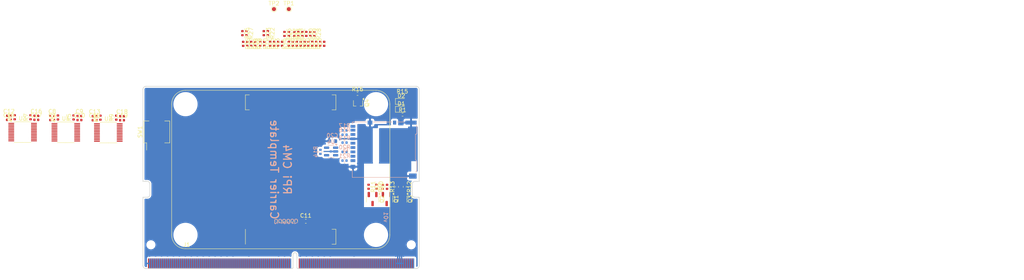
<source format=kicad_pcb>
(kicad_pcb (version 20241229) (generator "pcbnew") (generator_version "9.0")
  (title_block (title "Raspberry Pi Compute Module 4 Carrier Template") (date "2020-10-31") (rev "v01") (comment 2 "creativecommons.org/licenses/by/4.0/") (comment 3 "License: CC BY 4.0") (comment 4 "Author: Shawn Hymel"))
  (layers (0 "F.Cu" signal) (4 "In1.Cu" signal) (6 "In2.Cu" signal) (8 "In3.Cu" signal) (10 "In4.Cu" signal) (2 "B.Cu" signal) (13 "F.Paste" user) (15 "B.Paste" user) (5 "F.SilkS" user "F.Silkscreen") (7 "B.SilkS" user "B.Silkscreen") (1 "F.Mask" user) (3 "B.Mask" user) (25 "Edge.Cuts" user))
  (net 0 "")
  (net 1 "GND")
  (net 3 "ACTIVITY_LED")
  (net 4 "HDMI-0_SCL")
  (net 5 "UART-0_CTS_1V8")
  (net 6 "I2C-0_SCL")
  (net 7 "SPI-0_CS1_1V8")
  (net 9 "UART-1_CTS_1V8")
  (net 10 "UART-1_TX_1V8")
  (net 11 "UART-2_TX_1V8")
  (net 12 "GPIO0_1V8")
  (net 13 "CSI-1_CLK_P")
  (net 14 "HDMI-0_TX2_N")
  (net 16 "UART-0_TX_1V8")
  (net 17 "CSI-1_CLK_N")
  (net 18 "UART-1_RTS_1V8")
  (net 19 "SPI-0_CLK_1V8")
  (net 20 "UART-1_RX_1V8")
  (net 22 "FAN_TACH_1V8")
  (net 23 "CSI-1_D3_N")
  (net 25 "SPI-1_MISO_1V8")
  (net 26 "UART-0_RX_1V8")
  (net 27 "SPI-1_CS0_1V8")
  (net 28 "Net-(D2-K)")
  (net 29 "Net-(D2-A)")
  (net 30 "CSI-1_D3_P")
  (net 31 "PCIe_RX_P")
  (net 32 "CSI-1_D1_P")
  (net 33 "+5V")
  (net 34 "UART-2_RX_1V8")
  (net 36 "UART-0_RTS_1V8")
  (net 37 "I2C-0_SDA")
  (net 38 "CSI-0_D3_P")
  (net 40 "SPI-0_CS0_1V8")
  (net 42 "USB3-0-TX_P")
  (net 44 "USB_P")
  (net 45 "CSI-1_PWDN")
  (net 47 "FAN_PWM_1V8")
  (net 48 "SPI-1_CLK_1V8")
  (net 50 "RESET_BMC")
  (net 53 "SPI-1_CS1_1V8")
  (net 54 "SPI-0_MISO_1V8")
  (net 56 "SPI-0_MOSI_1V8")
  (net 59 "SPI-1_MOSI_1V8")
  (net 62 "CSI-1_D2_P")
  (net 64 "CSI-1_D0_P")
  (net 66 "Net-(U1-DIR)")
  (net 67 "Net-(U1-~{OE})")
  (net 68 "MOD_SLEEP")
  (net 70 "Net-(U3-DIR)")
  (net 73 "Net-(U3-~{OE})")
  (net 74 "POWER_BMC")
  (net 75 "CSI-1_D0_N")
  (net 77 "SLEEP{slash}WAKE")
  (net 78 "CSI-1_D2_N")
  (net 79 "CSI-1_D1_N")
  (net 81 "VBAT")
  (net 83 "PCIe_TX_N")
  (net 84 "GBE_MDI2_N")
  (net 85 "SHUT_REQ_BMC")
  (net 90 "Net-(U2-DIR)")
  (net 97 "nRPIBOOT")
  (net 99 "PWR_Button")
  (net 100 "HDMI-0_TX1_N")
  (net 102 "PMIC_EN")
  (net 106 "Net-(U2-~{OE})")
  (net 110 "SPI-1_CLK_3V3")
  (net 114 "CSI-0_D0_P")
  (net 115 "GBE_MDI0_N")
  (net 116 "HDMI-0_CEC")
  (net 119 "LED_PWR")
  (net 120 "SPI-1_CS1_3V3")
  (net 122 "SPI-0_CLK_3V3")
  (net 124 "SPI-1_CS0_3V3")
  (net 125 "SHUTDOWN_REQ")
  (net 126 "CSI-0_D2_P")
  (net 134 "USB3-1-RX_P")
  (net 136 "HDMI-0_TX0_N")
  (net 142 "GBE_MDI2_P")
  (net 143 "CSI-0_D1_P")
  (net 145 "SYS_RESET")
  (net 146 "GBE_MDI3_P")
  (net 149 "PCIe_CLK_P")
  (net 157 "GBE_LED_LINK")
  (net 158 "GBE_MDI1_N")
  (net 159 "Net-(Q1-G)")
  (net 161 "SPI-1_MOSI_3V3")
  (net 162 "HDMI-0_CLK_P")
  (net 163 "CSI-0_SCL")
  (net 164 "PCIe_nRST")
  (net 166 "CSI-0_D3_N")
  (net 167 "USB3-1-TX_P")
  (net 169 "USB3-1-TX_N")
  (net 171 "USB3-0-DP")
  (net 174 "CSI-0_SDA")
  (net 175 "CSI-0_PWDN")
  (net 177 "CSI-0_D1_N")
  (net 179 "USB3-0-RX_N")
  (net 180 "PCIe_CLKREQ")
  (net 181 "GBE_MDI1_P")
  (net 184 "PCIe_CLK_N")
  (net 186 "CSI-0_D2_N")
  (net 188 "HDMI-0_CLK_N")
  (net 189 "GBE_MDI0_P")
  (net 190 "USB3-1-RX_N")
  (net 192 "HDMI-0_TX0_P")
  (net 194 "USB3-0-RX_P")
  (net 195 "HDMI-0_TX1_P")
  (net 199 "HDMI-0_TX2_P")
  (net 200 "GBE_MDI3_N")
  (net 202 "USB3-0-TX_N")
  (net 205 "CSI-0_D0_N")
  (net 206 "HDMI-0_SDA")
  (net 207 "RESET_Button")
  (net 209 "PCIe_TX_P")
  (net 210 "USB3-1-DP")
  (net 213 "CSI-0_CLK_N")
  (net 217 "HDMI-0_HPD")
  (net 218 "PCIe_RX_N")
  (net 219 "Net-(Q3-G)")
  (net 220 "GBE_LED_ACT")
  (net 224 "CSI-0_CLK_P")
  (net 225 "+1V8")
  (net 226 "SD_PWR_ON")
  (net 227 "SD_DAT1")
  (net 228 "SD_CMD")
  (net 229 "+3V3")
  (net 230 "SD_CLK")
  (net 231 "SD_DAT0")
  (net 232 "Net-(Q4-B)")
  (net 233 "SD_DAT2")
  (net 234 "SD_DAT3")
  (net 235 "SD_PWR")
  (net 236 "SPI-0_CS0_3V3")
  (net 237 "SPI-0_CS1_3V3")
  (net 238 "Net-(D1-A)")
  (net 239 "SPI-0_MOSI_3V3")
  (net 240 "GPIO0_3V3")
  (net 241 "UART-1_RTS_3V3")
  (net 242 "dUSB_N")
  (net 243 "dUSB3-1-DN")
  (net 244 "FAN_PWM_3V3")
  (net 245 "UART-2_TX_3V3")
  (net 246 "UART-1_TX_3V3")
  (net 247 "UART-0_RTS_3V3")
  (net 248 "UART-0_TX_3V3")
  (net 249 "UART-0_CTS_3V3")
  (net 250 "SPI-0_MISO_3V3")
  (net 251 "UART-2_RX_3V3")
  (net 252 "FAN_TACH_3V3")
  (net 253 "UART-1_CTS_3V3")
  (net 254 "UART-0_RX_3V3")
  (net 255 "SPI-1_MISO_3V3")
  (net 256 "UART-1_RX_3V3")
  (net 258 "dUSB_M")
  (net 259 "dHDMI-0_TX2_N")
  (net 260 "dCSI-1_CLK_P")
  (net 261 "dCSI-0_D3_P")
  (net 262 "dUSB_P")
  (net 263 "dUSB3-1-DM")
  (net 264 "dCSI-1_CLK_N")
  (net 265 "dCSI-1_D3_N")
  (net 266 "dHDMI-0_TX1_N")
  (net 267 "dCSI-0_D0_P")
  (net 268 "dCSI-0_D2_P")
  (net 269 "dCSI-1_D3_P")
  (net 270 "dCSI-1_D1_P")
  (net 271 "dHDMI-0_TX0_N")
  (net 272 "dCSI-0_D1_P")
  (net 273 "dUSB3-0-DM")
  (net 274 "dCSI-1_D2_P")
  (net 275 "dCSI-0_D3_N")
  (net 276 "dCSI-1_D0_P")
  (net 277 "dUSB3-0-DP")
  (net 278 "dCSI-0_D1_N")
  (net 279 "dCSI-0_D2_N")
  (net 280 "dHDMI-0_TX0_P")
  (net 281 "dCSI-1_D0_N")
  (net 282 "dCSI-1_D2_N")
  (net 283 "dHDMI-0_TX1_P")
  (net 284 "dHDMI-0_TX2_P")
  (net 285 "dCSI-1_D1_N")
  (net 286 "dCSI-0_D0_N")
  (net 287 "dUSB3-1-DP")
  (net 288 "dCSI-0_CLK_N")
  (net 289 "dCSI-0_CLK_P")
  (net 303 "dUSB3-0-DN")
  (net 304 "USB_N")
  (net 305 "USB3-0-DN")
  (net 306 "USB3-1-DN")
  (footprint "Resistor_SMD:R_0402_1005Metric" (layer "F.Cu") (at 78.5625 61.86 90)
    (property "Reference" "R2")
    (property "Value" "10K")
  )
  (footprint "Capacitor_SMD:C_0402_1005Metric" (layer "F.Cu") (at 136.6 88.1 90)
    (property "Reference" "C5")
    (property "Value" "0.1uF")
  )
  (footprint "Capacitor_SMD:C_0402_1005Metric" (layer "F.Cu") (at 135.575 88.105 90)
    (property "Reference" "C6")
    (property "Value" "0.1uF")
  )
  (footprint "Resistor_SMD:R_0402_1005Metric" (layer "F.Cu") (at 139.15 40.77 -90)
    (property "Reference" "R32")
    (property "Value" "0")
  )
  (footprint "Resistor_SMD:R_0402_1005Metric" (layer "F.Cu") (at 165.4 61.15)
    (property "Reference" "R1")
    (property "Value" "330Ω")
  )
  (footprint "LED_SMD:LED_0603_1608Metric" (layer "F.Cu") (at 165.1 59.8)
    (property "Reference" "D1")
    (property "Value" "Green")
  )
  (footprint "Capacitor_SMD:C_0402_1005Metric" (layer "F.Cu") (at 87.8125 62.55)
    (property "Reference" "C15")
    (property "Value" "0.1uF")
  )
  (footprint "Resistor_SMD:R_0402_1005Metric" (layer "F.Cu") (at 126.25 43.26 -90)
    (property "Reference" "R37")
    (property "Value" "0")
  )
  (footprint "Resistor_SMD:R_0402_1005Metric" (layer "F.Cu") (at 67.6625 61.8 90)
    (property "Reference" "R6")
    (property "Value" "10K")
  )
  (footprint "Resistor_SMD:R_0402_1005Metric" (layer "F.Cu") (at 93.2625 61.9 90)
    (property "Reference" "R9")
    (property "Value" "10K")
  )
  (footprint "Button_Switch_SMD:SW_DIP_SPSTx04_Slide_Copal_CHS-04B_W7.62mm_P1.27mm" (layer "F.Cu") (at 103.5 65.5 90)
    (property "Reference" "SW1")
    (property "Value" "SW_DIP_x04")
  )
  (footprint "Resistor_SMD:R_0402_1005Metric" (layer "F.Cu") (at 129.55 43.27 90)
    (property "Reference" "R34")
    (property "Value" "0")
  )
  (footprint "Package_TO_SOT_SMD:SOT-323_SC-70" (layer "F.Cu") (at 154.1975 58.25 -90)
    (property "Reference" "Q4")
    (property "Value" "BC817-40")
  )
  (footprint "Resistor_SMD:R_0402_1005Metric" (layer "F.Cu") (at 160.4 79.3475 90)
    (property "Reference" "R4")
    (property "Value" "100K")
  )
  (footprint "Package_TO_SOT_SMD:SOT-23-3" (layer "F.Cu") (at 164.95 82.45 -90)
    (property "Reference" "Q3")
    (property "Value" "BSS138")
  )
  (footprint "Resistor_SMD:R_0402_1005Metric" (layer "F.Cu") (at 135.65 40.77 -90)
    (property "Reference" "R25")
    (property "Value" "0")
  )
  (footprint "Resistor_SMD:R_0402_1005Metric" (layer "F.Cu") (at 127.25 43.27 -90)
    (property "Reference" "R38")
    (property "Value" "0")
  )
  (footprint "Resistor_SMD:R_0402_1005Metric" (layer "F.Cu") (at 136.75 40.76 -90)
    (property "Reference" "R24")
    (property "Value" "0")
  )
  (footprint "Capacitor_SMD:C_0402_1005Metric" (layer "F.Cu") (at 134.5625 88.1 90)
    (property "Reference" "C2")
    (property "Value" "0.1uF")
  )
  (footprint "Resistor_SMD:R_0402_1005Metric" (layer "F.Cu") (at 132.05 43.26 90)
    (property "Reference" "R40")
    (property "Value" "0")
  )
  (footprint "Package_SO:TSSOP-24_4.4x5mm_P0.4mm" (layer "F.Cu") (at 80.55 65.6)
    (property "Reference" "U1")
    (property "Value" "SN74LVC8T245")
  )
  (footprint "Capacitor_SMD:C_0402_1005Metric" (layer "F.Cu") (at 66.2125 62.45)
    (property "Reference" "C14")
    (property "Value" "0.1uF")
  )
  (footprint "Capacitor_SMD:C_0402_1005Metric" (layer "F.Cu") (at 73.1125 62.45)
    (property "Reference" "C17")
    (property "Value" "0.1uF")
  )
  (footprint "Package_TO_SOT_SMD:SOT-23-3" (layer "F.Cu") (at 161.4 82.45 -90)
    (property "Reference" "Q1")
    (property "Value" "BSS138")
  )
  (footprint "Resistor_SMD:R_0402_1005Metric" (layer "F.Cu") (at 82.5125 61.85 90)
    (property "Reference" "R5")
    (property "Value" "10K")
  )
  (footprint "Resistor_SMD:R_0402_1005Metric" (layer "F.Cu") (at 143.65 43.26 90)
    (property "Reference" "R51")
    (property "Value" "0")
  )
  (footprint "Capacitor_SMD:C_0402_1005Metric" (layer "F.Cu") (at 138.6 88.1 90)
    (property "Reference" "C7")
    (property "Value" "1uF")
  )
  (footprint "Resistor_SMD:R_0402_1005Metric" (layer "F.Cu") (at 137.75 43.26 90)
    (property "Reference" "R47")
    (property "Value" "0")
  )
  (footprint "Capacitor_SMD:C_0402_1005Metric" (layer "F.Cu") (at 83.9625 61.5)
    (property "Reference" "C9")
    (property "Value" "1uF")
  )
  (footprint "Resistor_SMD:R_0402_1005Metric" (layer "F.Cu") (at 165.35 56.45)
    (property "Reference" "R15")
    (property "Value" "330")
  )
  (footprint "Capacitor_SMD:C_0402_1005Metric" (layer "F.Cu") (at 66.2125 61.45)
    (property "Reference" "C12")
    (property "Value" "1uF")
  )
  (footprint "Capacitor_SMD:C_0402_1005Metric" (layer "F.Cu") (at 77.1125 61.5)
    (property "Reference" "C8")
    (property "Value" "1uF")
  )
  (footprint "Capacitor_SMD:C_0402_1005Metric" (layer "F.Cu") (at 94.7125 62.55)
    (property "Reference" "C19")
    (property "Value" "0.1uF")
  )
  (footprint "Resistor_SMD:R_0402_1005Metric" (layer "F.Cu") (at 131.45 40.57 -90)
    (property "Reference" "R22")
    (property "Value" "0")
  )
  (footprint "Resistor_SMD:R_0402_1005Metric" (layer "F.Cu") (at 125.25 43.27 -90)
    (property "Reference" "R36")
    (property "Value" "0")
  )
  (footprint "Package_SO:TSSOP-24_4.4x5mm_P0.4mm" (layer "F.Cu") (at 69.6625 65.55)
    (property "Reference" "U3")
    (property "Value" "SN74LVC8T245")
  )
  (footprint "Resistor_SMD:R_0402_1005Metric" (layer "F.Cu") (at 140.15 40.77 90)
    (property "Reference" "R31")
    (property "Value" "0")
  )
  (footprint "Resistor_SMD:R_0402_1005Metric" (layer "F.Cu") (at 136.75 43.26 90)
    (property "Reference" "R46")
    (property "Value" "0")
  )
  (footprint "Resistor_SMD:R_0402_1005Metric" (layer "F.Cu") (at 156.85 79.35 -90)
    (property "Reference" "R11")
    (property "Value" "100")
  )
  (footprint "Resistor_SMD:R_0402_1005Metric" (layer "F.Cu") (at 161.5 79.3625 90)
    (property "Reference" "R3")
    (property "Value" "100")
  )
  (footprint "Capacitor_SMD:C_0402_1005Metric" (layer "F.Cu") (at 137.6 88.105 90)
    (property "Reference" "C4")
    (property "Value" "0.1uF")
  )
  (footprint "Resistor_SMD:R_0402_1005Metric" (layer "F.Cu") (at 125.05 40.57 -90)
    (property "Reference" "R26")
    (property "Value" "0")
  )
  (footprint "Resistor_SMD:R_0402_1005Metric" (layer "F.Cu") (at 126.05 40.57 -90)
    (property "Reference" "R27")
    (property "Value" "0")
  )
  (footprint "Resistor_SMD:R_0402_1005Metric" (layer "F.Cu") (at 71.6625 61.8 90)
    (property "Reference" "R7")
    (property "Value" "10K")
  )
  (footprint "Resistor_SMD:R_0402_1005Metric" (layer "F.Cu") (at 133.05 43.26 90)
    (property "Reference" "R41")
    (property "Value" "0")
  )
  (footprint "Capacitor_SMD:C_0402_1005Metric" (layer "F.Cu") (at 133.5375 88.1 90)
    (property "Reference" "C1")
    (property "Value" "0.1uF")
  )
  (footprint "Resistor_SMD:R_0402_1005Metric" (layer "F.Cu") (at 128.25 43.26 -90)
    (property "Reference" "R39")
    (property "Value" "0")
  )
  (footprint "Capacitor_SMD:C_0603_1608Metric" (layer "F.Cu") (at 141.025 88.05)
    (property "Reference" "C11")
    (property "Value" "10uF")
  )
  (footprint "Resistor_SMD:R_0402_1005Metric" (layer "F.Cu") (at 165.95 79.35 -90)
    (property "Reference" "R12")
    (property "Value" "5K")
  )
  (footprint "Package_SO:TSSOP-24_4.4x5mm_P0.4mm" (layer "F.Cu") (at 91.2625 65.65)
    (property "Reference" "U2")
    (property "Value" "SN74LVC8T245")
  )
  (footprint "Resistor_SMD:R_0402_1005Metric" (layer "F.Cu") (at 138.15 40.77 -90)
    (property "Reference" "R33")
    (property "Value" "0")
  )
  (footprint "Resistor_SMD:R_0402_1005Metric" (layer "F.Cu") (at 141.15 40.76 -90)
    (property "Reference" "R30")
    (property "Value" "0")
  )
  (footprint "Package_TO_SOT_SMD:SOT-23-3" (layer "F.Cu") (at 157.85 82.45 -90)
    (property "Reference" "Q2")
    (property "Value" "BSS138")
  )
  (footprint "Resistor_SMD:R_0402_1005Metric" (layer "F.Cu") (at 134.05 43.26 90)
    (property "Reference" "R42")
    (property "Value" "0")
  )
  (footprint "Resistor_SMD:R_0402_1005Metric" (layer "F.Cu") (at 130.55 43.27 90)
    (property "Reference" "R35")
    (property "Value" "0")
  )
  (footprint "Resistor_SMD:R_0402_1005Metric" (layer "F.Cu") (at 135.05 43.26 90)
    (property "Reference" "R43")
    (property "Value" "0")
  )
  (footprint "Capacitor_SMD:C_0402_1005Metric" (layer "F.Cu") (at 94.7125 61.55)
    (property "Reference" "C18")
    (property "Value" "1uF")
  )
  (footprint "Capacitor_SMD:C_0402_1005Metric" (layer "F.Cu") (at 73.1125 61.45)
    (property "Reference" "C16")
    (property "Value" "1uF")
  )
  (footprint "kai's library:SODIMM_DDR4_EDGE" (layer "F.Cu") (at 100 100)
    (property "Reference" "J1")
    (property "Value" "SODIMM-260_Split")
  )
  (footprint "Resistor_SMD:R_0402_1005Metric" (layer "F.Cu") (at 138.75 43.26 90)
    (property "Reference" "R48")
    (property "Value" "0")
  )
  (footprint "Resistor_SMD:R_0402_1005Metric" (layer "F.Cu") (at 140.75 43.26 90)
    (property "Reference" "R44")
    (property "Value" "0")
  )
  (footprint "Resistor_SMD:R_0402_1005Metric" (layer "F.Cu") (at 130.45 40.57 -90)
    (property "Reference" "R23")
    (property "Value" "0")
  )
  (footprint "Resistor_SMD:R_0402_1005Metric" (layer "F.Cu") (at 89.2625 61.91 90)
    (property "Reference" "R8")
    (property "Value" "10K")
  )
  (footprint "Capacitor_SMD:C_0402_1005Metric" (layer "F.Cu") (at 77.1125 62.5)
    (property "Reference" "C3")
    (property "Value" "0.1uF")
  )
  (footprint "TestPoint:TestPoint_Pad_D1.0mm" (layer "F.Cu") (at 136.75 34.5)
    (property "Reference" "TP1")
    (property "Value" "RTC Test")
  )
  (footprint "Resistor_SMD:R_0402_1005Metric" (layer "F.Cu") (at 164 79.35 90)
    (property "Reference" "R13")
    (property "Value" "100")
  )
  (footprint "Resistor_SMD:R_0402_1005Metric" (layer "F.Cu") (at 145.65 43.26 90)
    (property "Reference" "R53")
    (property "Value" "0")
  )
  (footprint "Resistor_SMD:R_0402_1005Metric" (layer "F.Cu") (at 141.65 43.26 90)
    (property "Reference" "R45")
    (property "Value" "0")
  )
  (footprint "Resistor_SMD:R_0402_1005Metric" (layer "F.Cu") (at 142.65 43.26 90)
    (property "Reference" "R50")
    (property "Value" "0")
  )
  (footprint "TestPoint:TestPoint_Pad_D1.0mm" (layer "F.Cu") (at 133 34.5)
    (property "Reference" "TP2")
    (property "Value" "Sleep Status Output")
  )
  (footprint "Resistor_SMD:R_0402_1005Metric" (layer "F.Cu") (at 158.8 79.35 -90)
    (property "Reference" "R10")
    (property "Value" "10K")
  )
  (footprint "Resistor_SMD:R_0402_1005Metric" (layer "F.Cu") (at 139.75 43.26 90)
    (property "Reference" "R49")
    (property "Value" "0")
  )
  (footprint "Resistor_SMD:R_0402_1005Metric" (layer "F.Cu") (at 142.15 40.76 -90)
    (property "Reference" "R29")
    (property "Value" "0")
  )
  (footprint "Resistor_SMD:R_0402_1005Metric" (layer "F.Cu") (at 154.06 55.9)
    (property "Reference" "R16")
    (property "Value" "10K")
  )
  (footprint "Capacitor_SMD:C_0402_1005Metric" (layer "F.Cu") (at 87.8125 61.55)
    (property "Reference" "C13")
    (property "Value" "1uF")
  )
  (footprint "LED_SMD:LED_0603_1608Metric" (layer "F.Cu") (at 165.1 57.8)
    (property "Reference" "D2")
    (property "Value" "Yellow")
  )
  (footprint "Resistor_SMD:R_0402_1005Metric" (layer "F.Cu") (at 144.65 43.26 90)
    (property "Reference" "R52")
    (property "Value" "0")
  )
  (footprint "Resistor_SMD:R_0402_1005Metric" (layer "F.Cu") (at 143.15 40.77 -90)
    (property "Reference" "R28")
    (property "Value" "0")
  )
  (footprint "Capacitor_SMD:C_0402_1005Metric" (layer "F.Cu") (at 83.9825 62.5)
    (property "Reference" "C10")
    (property "Value" "0.1uF")
  )
  (footprint "CM4IO:Raspberry-Pi-4-Compute-Module" (layer "F.Cu") (at 158.712501 91.500025 90)
    (property "Reference" "Module1" (hide yes))
    (property "Value" "ComputeModule4-CM4")
  )
  (footprint "Resistor_SMD:R_0402_1005Metric" (layer "B.Cu") (at 150.79 70.55 180)
    (property "Reference" "R20")
    (property "Value" "10K")
  )
  (footprint "Package_TO_SOT_SMD:TSOT-23-5" (layer "B.Cu") (at 147.4 70.4375 180)
    (property "Reference" "U4")
    (property "Value" "RT9742GGJ5")
  )
  (footprint "Resistor_SMD:R_0402_1005Metric" (layer "B.Cu") (at 150.79 65.1 180)
    (property "Reference" "R17")
    (property "Value" "10K")
  )
  (footprint "Resistor_SMD:R_0402_1005Metric" (layer "B.Cu") (at 150.78 72.75 180)
    (property "Reference" "R21")
    (property "Value" "10K")
  )
  (footprint "Resistor_SMD:R_0402_1005Metric" (layer "B.Cu") (at 150.79 68.21 180)
    (property "Reference" "R19")
    (property "Value" "10K")
  )
  (footprint "Resistor_SMD:R_0402_1005Metric" (layer "B.Cu") (at 144.7 70.5375 -90)
    (property "Reference" "R14")
    (property "Value" "12K")
  )
  (footprint "Connector_Card:microSD_HC_Hirose_DM3AT-SF-PEJM5" (layer "B.Cu") (at 160.625 69.975 -90)
    (property "Reference" "J2")
    (property "Value" "Micro_SD_Card_Det2")
  )
  (footprint "Capacitor_SMD:C_0603_1608Metric" (layer "B.Cu") (at 147.7 67.8375 180)
    (property "Reference" "C20")
    (property "Value" "10uF")
  )
  (footprint "Resistor_SMD:R_0402_1005Metric" (layer "B.Cu") (at 150.79 66.22 180)
    (property "Reference" "R18")
    (property "Value" "10K")
  )
  (gr_line (start 100.75 54) (end 168.85 54) (stroke (width 0.15)) (layer "Edge.Cuts"))
  (gr_arc (start 100 54.75) (mid 100.21967 54.21967) (end 100.75 54) (stroke (width 0.15)) (layer "Edge.Cuts"))
  (gr_line (start 167.85 81.35) (end 167.85 78.65) (stroke (width 0.15)) (layer "Edge.Cuts"))
  (gr_line (start 138.8 99.75) (end 138.8 96.5) (stroke (width 0.15)) (layer "Edge.Cuts"))
  (gr_line (start 101.1 78) (end 100 78) (stroke (width 0.15)) (layer "Edge.Cuts"))
  (gr_arc (start 168.851561 54) (mid 169.380883 54.220221) (end 169.600002 54.75) (stroke (width 0.15)) (layer "Edge.Cuts"))
  (gr_line (start 139.05 100) (end 168.85 100) (stroke (width 0.15)) (layer "Edge.Cuts"))
  (gr_line (start 100 99.25) (end 100 82) (stroke (width 0.15)) (layer "Edge.Cuts"))
  (gr_line (start 100 78) (end 100 54.75) (stroke (width 0.15)) (layer "Edge.Cuts"))
  (gr_line (start 169.6 99.25) (end 169.6 82) (stroke (width 0.15)) (layer "Edge.Cuts"))
  (gr_line (start 101.75 81.35) (end 101.75 78.65) (stroke (width 0.15)) (layer "Edge.Cuts"))
  (gr_arc (start 137.8 99.75) (mid 137.726777 99.926777) (end 137.55 100) (stroke (width 0.15)) (layer "Edge.Cuts"))
  (gr_line (start 169.6 78) (end 169.600002 54.75) (stroke (width 0.15)) (layer "Edge.Cuts"))
  (gr_arc (start 137.8 96.5) (mid 138.3 96) (end 138.8 96.5) (stroke (width 0.15)) (layer "Edge.Cuts"))
  (gr_arc (start 101.1 78) (mid 101.559619 78.190381) (end 101.75 78.65) (stroke (width 0.15)) (layer "Edge.Cuts"))
  (gr_line (start 137.8 99.75) (end 137.8 96.5) (stroke (width 0.15)) (layer "Edge.Cuts"))
  (gr_line (start 168.5 82) (end 169.6 82) (stroke (width 0.15)) (layer "Edge.Cuts"))
  (gr_line (start 100 82) (end 101.1 82) (stroke (width 0.15)) (layer "Edge.Cuts"))
  (gr_line (start 169.6 78) (end 168.5 78) (stroke (width 0.15)) (layer "Edge.Cuts"))
  (gr_arc (start 101.75 81.35) (mid 101.559619 81.809619) (end 101.1 82) (stroke (width 0.15)) (layer "Edge.Cuts"))
  (gr_arc (start 167.85 78.65) (mid 168.040381 78.190381) (end 168.5 78) (stroke (width 0.15)) (layer "Edge.Cuts"))
  (gr_arc (start 169.6 99.25) (mid 169.38033 99.78033) (end 168.85 100) (stroke (width 0.15)) (layer "Edge.Cuts"))
  (gr_line (start 100.75 100) (end 137.55 100) (stroke (width 0.15)) (layer "Edge.Cuts"))
  (gr_arc (start 100.75 100) (mid 100.21967 99.78033) (end 100 99.25) (stroke (width 0.15)) (layer "Edge.Cuts"))
  (gr_arc (start 168.5 82) (mid 168.040381 81.809619) (end 167.85 81.35) (stroke (width 0.15)) (layer "Edge.Cuts"))
  (gr_arc (start 139.05 100) (mid 138.873223 99.926777) (end 138.8 99.75) (stroke (width 0.15)) (layer "Edge.Cuts"))
  (gr_text "RPi CM4\nCarrier Template" (at 134.687501 74.995025 270) (layer "B.SilkS") (effects (font (size 2 2) (thickness 0.3)) (justify mirror)))
  (gr_text "v01" (at 161.187501 86.995025 270) (layer "B.SilkS") (effects (font (size 1 1)) (justify mirror)))
  (zone (net 0) (net_name "") (layers "F.Cu" "B.Cu") (name "Wireless Keepout") (connect_pads (clearance 0)) (min_thickness 0.254)
    (keepout (tracks not_allowed) (vias not_allowed) (pads not_allowed) (copperpour not_allowed) (footprints not_allowed))
    (fill (thermal_gap 0.508) (thermal_bridge_width 0.508))
    (polygon (pts (xy 155.687501 84.495025) (xy 155.687501 73.495025) (xy 162.187501 73.495025) (xy 162.187501 84.495025)))
  )
  (zone (net 1) (net_name "GND") (layers "B.Cu" "In1.Cu" "In3.Cu") (connect_pads (clearance 0.508)) (min_thickness 0.25) (fill yes (thermal_gap 0.5) (thermal_bridge_width 0.5))
    (polygon (pts (xy 99.5 53.5) (xy 170 53.5) (xy 170 101) (xy 99.5 101)))
  )
)
</source>
